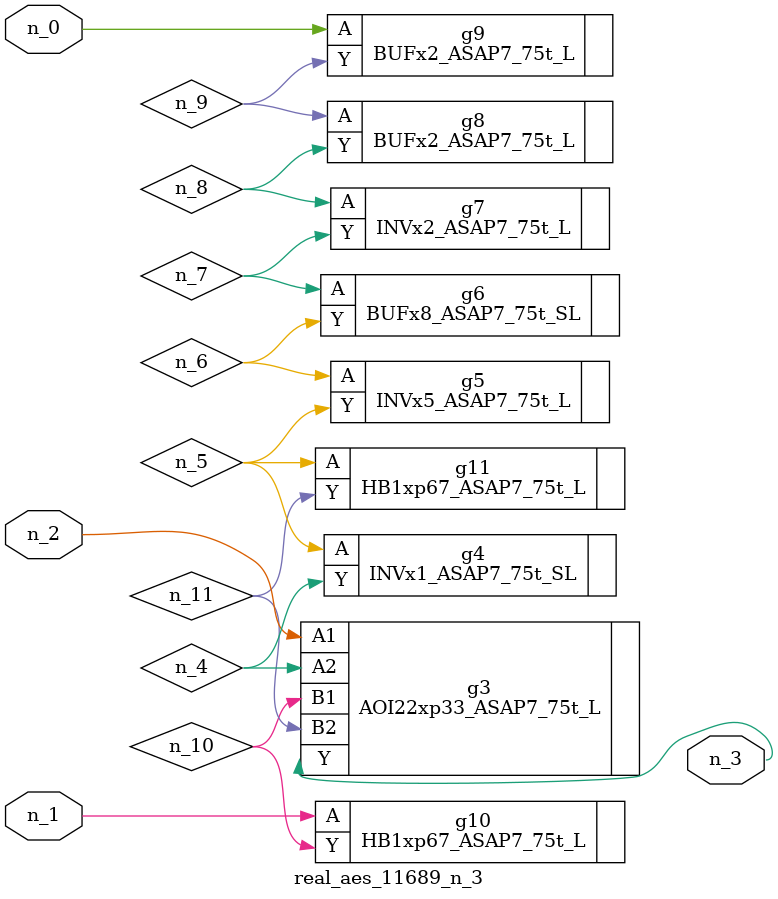
<source format=v>
module real_aes_11689_n_3 (n_0, n_2, n_1, n_3);
input n_0;
input n_2;
input n_1;
output n_3;
wire n_4;
wire n_5;
wire n_7;
wire n_8;
wire n_6;
wire n_9;
wire n_10;
wire n_11;
BUFx2_ASAP7_75t_L g9 ( .A(n_0), .Y(n_9) );
HB1xp67_ASAP7_75t_L g10 ( .A(n_1), .Y(n_10) );
AOI22xp33_ASAP7_75t_L g3 ( .A1(n_2), .A2(n_4), .B1(n_10), .B2(n_11), .Y(n_3) );
INVx1_ASAP7_75t_SL g4 ( .A(n_5), .Y(n_4) );
HB1xp67_ASAP7_75t_L g11 ( .A(n_5), .Y(n_11) );
INVx5_ASAP7_75t_L g5 ( .A(n_6), .Y(n_5) );
BUFx8_ASAP7_75t_SL g6 ( .A(n_7), .Y(n_6) );
INVx2_ASAP7_75t_L g7 ( .A(n_8), .Y(n_7) );
BUFx2_ASAP7_75t_L g8 ( .A(n_9), .Y(n_8) );
endmodule
</source>
